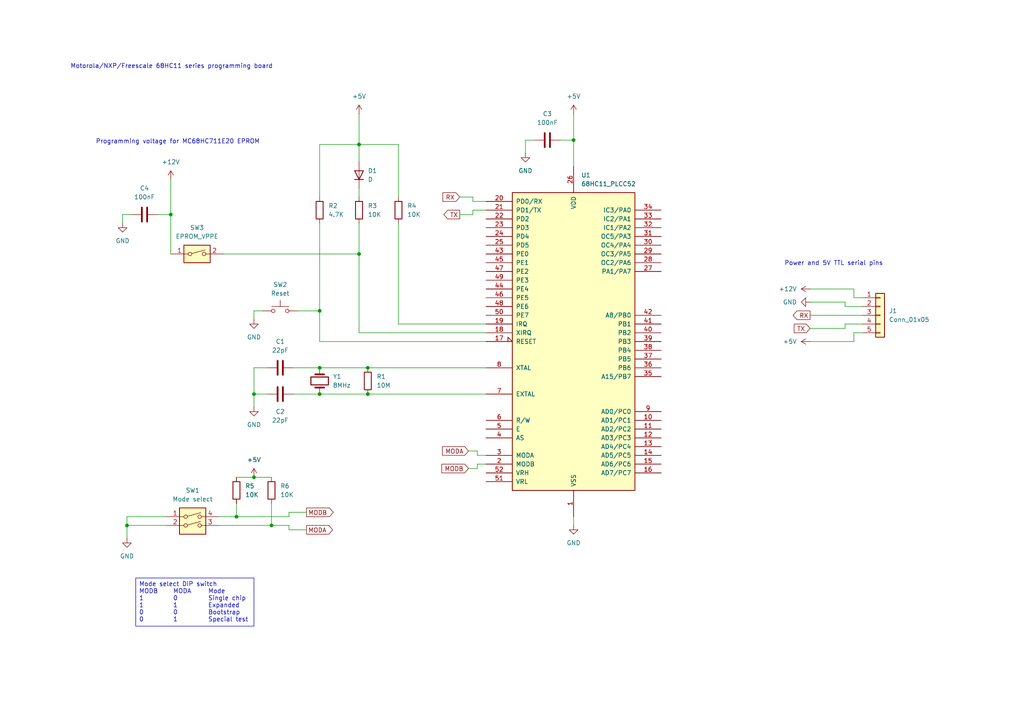
<source format=kicad_sch>
(kicad_sch (version 20231120) (generator "eeschema") (generator_version "8.0")
  (paper "A4")
  (title_block (rev "20240817"))
  (lib_symbols
    (symbol "Connector_Generic:Conn_01x05" (pin_names (offset 1.016) hide)
      (property "Reference" "J" (at 0 7.62 0))
      (property "Value" "Conn_01x05" (at 0 -7.62 0))
      (symbol "Conn_01x05_1_1"
        (rectangle (start -1.27 -4.953) (end 0 -5.207) (stroke (width 0.1524)))
        (rectangle (start -1.27 -2.413) (end 0 -2.667) (stroke (width 0.1524)))
        (rectangle (start -1.27 0.127) (end 0 -0.127) (stroke (width 0.1524)))
        (rectangle (start -1.27 2.667) (end 0 2.413) (stroke (width 0.1524)))
        (rectangle (start -1.27 5.207) (end 0 4.953) (stroke (width 0.1524)))
        (rectangle (start -1.27 6.35) (end 1.27 -6.35) (stroke (width 0.254)) (fill (type background)))
        (pin passive line (at -5.08 5.08 0) (length 3.81) (name "Pin_1") (number "1"))
        (pin passive line (at -5.08 2.54 0) (length 3.81) (name "Pin_2") (number "2"))
        (pin passive line (at -5.08 0 0) (length 3.81) (name "Pin_3") (number "3"))
        (pin passive line (at -5.08 -2.54 0) (length 3.81) (name "Pin_4") (number "4"))
        (pin passive line (at -5.08 -5.08 0) (length 3.81) (name "Pin_5") (number "5"))
      )
    )
    (symbol "Device:C" (pin_numbers hide) (pin_names (offset 0.254))
      (property "Reference" "C" (at 0.635 2.54 0))
      (property "Value" "C" (at 0.635 -2.54 0))
      (symbol "C_0_1"
        (polyline (pts (xy -2.032 -0.762) (xy 2.032 -0.762)) (stroke (width 0.508)))
        (polyline (pts (xy -2.032 0.762) (xy 2.032 0.762)) (stroke (width 0.508)))
      )
      (symbol "C_1_1"
        (pin passive line (at 0 3.81 270) (length 2.794) (name "~") (number "1"))
        (pin passive line (at 0 -3.81 90) (length 2.794) (name "~") (number "2"))
      )
    )
    (symbol "Device:Crystal" (pin_numbers hide) (pin_names (offset 1.016) hide)
      (property "Reference" "Y" (at 0 3.81 0))
      (property "Value" "Crystal" (at 0 -3.81 0))
      (symbol "Crystal_0_1"
        (rectangle (start -1.143 2.54) (end 1.143 -2.54) (stroke (width 0.3048)))
        (polyline (pts (xy -2.54 0) (xy -1.905 0)))
        (polyline (pts (xy -1.905 -1.27) (xy -1.905 1.27)) (stroke (width 0.508)))
        (polyline (pts (xy 1.905 -1.27) (xy 1.905 1.27)) (stroke (width 0.508)))
        (polyline (pts (xy 2.54 0) (xy 1.905 0)))
      )
      (symbol "Crystal_1_1"
        (pin passive line (at -3.81 0 0) (length 1.27) (name "1") (number "1"))
        (pin passive line (at 3.81 0 180) (length 1.27) (name "2") (number "2"))
      )
    )
    (symbol "Device:D" (pin_numbers hide) (pin_names (offset 1.016) hide)
      (property "Reference" "D" (at 0 2.54 0))
      (property "Value" "D" (at 0 -2.54 0))
      (symbol "D_0_1"
        (polyline (pts (xy -1.27 1.27) (xy -1.27 -1.27)) (stroke (width 0.254)))
        (polyline (pts (xy 1.27 0) (xy -1.27 0)))
        (polyline (pts (xy 1.27 1.27) (xy 1.27 -1.27) (xy -1.27 0) (xy 1.27 1.27)) (stroke (width 0.254)))
      )
      (symbol "D_1_1"
        (pin passive line (at -3.81 0 0) (length 2.54) (name "K") (number "1"))
        (pin passive line (at 3.81 0 180) (length 2.54) (name "A") (number "2"))
      )
    )
    (symbol "Device:R" (pin_numbers hide) (pin_names (offset 0))
      (property "Reference" "R" (at 2.032 0 90))
      (property "Value" "R" (at 0 0 90))
      (symbol "R_0_1"
        (rectangle (start -1.016 -2.54) (end 1.016 2.54) (stroke (width 0.254)))
      )
      (symbol "R_1_1"
        (pin passive line (at 0 3.81 270) (length 1.27) (name "~") (number "1"))
        (pin passive line (at 0 -3.81 90) (length 1.27) (name "~") (number "2"))
      )
    )
    (symbol "MCU_NXP_HC11:68HC11_PLCC" (pin_names (offset 1.016))
      (property "Reference" "U" (at 7.62 45.72 0))
      (property "Value" "68HC11_PLCC" (at 12.7 -46.99 0))
      (symbol "68HC11_PLCC_0_1"
        (rectangle (start -17.78 -43.18) (end 17.78 43.18) (stroke (width 0.254)) (fill (type background)))
      )
      (symbol "68HC11_PLCC_1_1"
        (pin power_in line (at 0 -50.8 90) (length 7.62) (name "VSS") (number "1"))
        (pin tri_state line (at 25.4 -22.86 180) (length 7.62) (name "AD1/PC1") (number "10"))
        (pin tri_state line (at 25.4 -25.4 180) (length 7.62) (name "AD2/PC2") (number "11"))
        (pin tri_state line (at 25.4 -27.94 180) (length 7.62) (name "AD3/PC3") (number "12"))
        (pin tri_state line (at 25.4 -30.48 180) (length 7.62) (name "AD4/PC4") (number "13"))
        (pin tri_state line (at 25.4 -33.02 180) (length 7.62) (name "AD5/PC5") (number "14"))
        (pin tri_state line (at 25.4 -35.56 180) (length 7.62) (name "AD6/PC6") (number "15"))
        (pin tri_state line (at 25.4 -38.1 180) (length 7.62) (name "AD7/PC7") (number "16"))
        (pin input input_low (at -25.4 0 0) (length 7.62) (name "RESET") (number "17"))
        (pin input line (at -25.4 2.54 0) (length 7.62) (name "XIRQ") (number "18"))
        (pin input line (at -25.4 5.08 0) (length 7.62) (name "IRQ") (number "19"))
        (pin input line (at -25.4 -35.56 0) (length 7.62) (name "MODB") (number "2"))
        (pin bidirectional line (at -25.4 40.64 0) (length 7.62) (name "PD0/RX") (number "20"))
        (pin bidirectional line (at -25.4 38.1 0) (length 7.62) (name "PD1/TX") (number "21"))
        (pin bidirectional line (at -25.4 35.56 0) (length 7.62) (name "PD2") (number "22"))
        (pin input line (at -25.4 33.02 0) (length 7.62) (name "PD3") (number "23"))
        (pin bidirectional line (at -25.4 30.48 0) (length 7.62) (name "PD4") (number "24"))
        (pin bidirectional line (at -25.4 27.94 0) (length 7.62) (name "PD5") (number "25"))
        (pin power_in line (at 0 50.8 270) (length 7.62) (name "VDD") (number "26"))
        (pin input line (at 25.4 20.32 180) (length 7.62) (name "PA1/PA7") (number "27"))
        (pin output line (at 25.4 22.86 180) (length 7.62) (name "OC2/PA6") (number "28"))
        (pin output line (at 25.4 25.4 180) (length 7.62) (name "OC3/PA5") (number "29"))
        (pin input line (at -25.4 -33.02 0) (length 7.62) (name "MODA") (number "3"))
        (pin output line (at 25.4 27.94 180) (length 7.62) (name "OC4/PA4") (number "30"))
        (pin output line (at 25.4 30.48 180) (length 7.62) (name "OC5/PA3") (number "31"))
        (pin input line (at 25.4 33.02 180) (length 7.62) (name "IC1/PA2") (number "32"))
        (pin input line (at 25.4 35.56 180) (length 7.62) (name "IC2/PA1") (number "33"))
        (pin input line (at 25.4 38.1 180) (length 7.62) (name "IC3/PA0") (number "34"))
        (pin output line (at 25.4 -10.16 180) (length 7.62) (name "A15/PB7") (number "35"))
        (pin output line (at 25.4 -7.62 180) (length 7.62) (name "PB6") (number "36"))
        (pin output line (at 25.4 -5.08 180) (length 7.62) (name "PB5") (number "37"))
        (pin output line (at 25.4 -2.54 180) (length 7.62) (name "PB4") (number "38"))
        (pin output line (at 25.4 0 180) (length 7.62) (name "PB3") (number "39"))
        (pin output line (at -25.4 -27.94 0) (length 7.62) (name "AS") (number "4"))
        (pin output line (at 25.4 2.54 180) (length 7.62) (name "PB2") (number "40"))
        (pin output line (at 25.4 5.08 180) (length 7.62) (name "PB1") (number "41"))
        (pin output line (at 25.4 7.62 180) (length 7.62) (name "A8/PB0") (number "42"))
        (pin input line (at -25.4 25.4 0) (length 7.62) (name "PE0") (number "43"))
        (pin input line (at -25.4 15.24 0) (length 7.62) (name "PE4") (number "44"))
        (pin input line (at -25.4 22.86 0) (length 7.62) (name "PE1") (number "45"))
        (pin input line (at -25.4 12.7 0) (length 7.62) (name "PE5") (number "46"))
        (pin input line (at -25.4 20.32 0) (length 7.62) (name "PE2") (number "47"))
        (pin input line (at -25.4 10.16 0) (length 7.62) (name "PE6") (number "48"))
        (pin input line (at -25.4 17.78 0) (length 7.62) (name "PE3") (number "49"))
        (pin output line (at -25.4 -25.4 0) (length 7.62) (name "E") (number "5"))
        (pin input line (at -25.4 7.62 0) (length 7.62) (name "PE7") (number "50"))
        (pin passive line (at -25.4 -40.64 0) (length 7.62) (name "VRL") (number "51"))
        (pin passive line (at -25.4 -38.1 0) (length 7.62) (name "VRH") (number "52"))
        (pin output line (at -25.4 -22.86 0) (length 7.62) (name "R/W") (number "6"))
        (pin input line (at -25.4 -15.24 0) (length 7.62) (name "EXTAL") (number "7"))
        (pin output line (at -25.4 -7.62 0) (length 7.62) (name "XTAL") (number "8"))
        (pin tri_state line (at 25.4 -20.32 180) (length 7.62) (name "AD0/PC0") (number "9"))
      )
    )
    (symbol "Switch:SW_DIP_x01" (pin_names (offset 0) hide)
      (property "Reference" "SW" (at 0 3.81 0))
      (property "Value" "SW_DIP_x01" (at 0 -3.81 0))
      (symbol "SW_DIP_x01_0_0"
        (circle (center -2.032 0) (radius 0.508))
        (polyline (pts (xy -1.524 0.127) (xy 2.3622 1.1684)))
        (circle (center 2.032 0) (radius 0.508))
      )
      (symbol "SW_DIP_x01_0_1"
        (rectangle (start -3.81 2.54) (end 3.81 -2.54) (stroke (width 0.254)) (fill (type background)))
      )
      (symbol "SW_DIP_x01_1_1"
        (pin passive line (at -7.62 0 0) (length 5.08) (name "~") (number "1"))
        (pin passive line (at 7.62 0 180) (length 5.08) (name "~") (number "2"))
      )
    )
    (symbol "Switch:SW_DIP_x02" (pin_names (offset 0) hide)
      (property "Reference" "SW" (at 0 6.35 0))
      (property "Value" "SW_DIP_x02" (at 0 -3.81 0))
      (symbol "SW_DIP_x02_0_0"
        (circle (center -2.032 0) (radius 0.508))
        (circle (center -2.032 2.54) (radius 0.508))
        (polyline (pts (xy -1.524 0.127) (xy 2.3622 1.1684)))
        (polyline (pts (xy -1.524 2.667) (xy 2.3622 3.7084)))
        (circle (center 2.032 0) (radius 0.508))
        (circle (center 2.032 2.54) (radius 0.508))
      )
      (symbol "SW_DIP_x02_0_1"
        (rectangle (start -3.81 5.08) (end 3.81 -2.54) (stroke (width 0.254)) (fill (type background)))
      )
      (symbol "SW_DIP_x02_1_1"
        (pin passive line (at -7.62 2.54 0) (length 5.08) (name "~") (number "1"))
        (pin passive line (at -7.62 0 0) (length 5.08) (name "~") (number "2"))
        (pin passive line (at 7.62 0 180) (length 5.08) (name "~") (number "3"))
        (pin passive line (at 7.62 2.54 180) (length 5.08) (name "~") (number "4"))
      )
    )
    (symbol "Switch:SW_Push" (pin_numbers hide) (pin_names (offset 1.016) hide)
      (property "Reference" "SW" (at 1.27 2.54 0))
      (property "Value" "SW_Push" (at 0 -1.524 0))
      (symbol "SW_Push_0_1"
        (circle (center -2.032 0) (radius 0.508))
        (polyline (pts (xy 0 1.27) (xy 0 3.048)))
        (polyline (pts (xy 2.54 1.27) (xy -2.54 1.27)))
        (circle (center 2.032 0) (radius 0.508))
        (pin passive line (at -5.08 0 0) (length 2.54) (name "1") (number "1"))
        (pin passive line (at 5.08 0 180) (length 2.54) (name "2") (number "2"))
      )
    )
    (symbol "power:+12V" (power) (pin_numbers hide) (pin_names (offset 0) hide)
      (property "Value" "+12V" (at 0 3.556 0))
      (symbol "+12V_0_1"
        (polyline (pts (xy -0.762 1.27) (xy 0 2.54)))
        (polyline (pts (xy 0 0) (xy 0 2.54)))
        (polyline (pts (xy 0 2.54) (xy 0.762 1.27)))
      )
      (symbol "+12V_1_1"
        (pin power_in line (at 0 0 90) (length 0) (name "~") (number "1"))
      )
    )
    (symbol "power:+5V" (power) (pin_numbers hide) (pin_names (offset 0) hide)
      (property "Value" "+5V" (at 0 3.556 0))
      (symbol "+5V_0_1"
        (polyline (pts (xy -0.762 1.27) (xy 0 2.54)))
        (polyline (pts (xy 0 0) (xy 0 2.54)))
        (polyline (pts (xy 0 2.54) (xy 0.762 1.27)))
      )
      (symbol "+5V_1_1"
        (pin power_in line (at 0 0 90) (length 0) (name "~") (number "1"))
      )
    )
    (symbol "power:GND" (power) (pin_numbers hide) (pin_names (offset 0) hide)
      (property "Value" "GND" (at 0 -3.81 0))
      (symbol "GND_0_1"
        (polyline (pts (xy 0 0) (xy 0 -1.27) (xy 1.27 -1.27) (xy 0 -2.54) (xy -1.27 -1.27) (xy 0 -1.27)))
      )
      (symbol "GND_1_1"
        (pin power_in line (at 0 0 270) (length 0) (name "~") (number "1"))
      )
    )
  )
  (junction (at 73.66 114.3))
  (junction (at 68.58 149.86))
  (junction (at 166.37 40.64))
  (junction (at 49.53 62.23))
  (junction (at 104.14 41.91))
  (junction (at 106.68 114.3))
  (junction (at 73.66 138.43))
  (junction (at 92.71 106.68))
  (junction (at 36.83 152.4))
  (junction (at 92.71 90.17))
  (junction (at 106.68 106.68))
  (junction (at 92.71 114.3))
  (junction (at 78.74 152.4))
  (junction (at 104.14 73.66))
  (wire (pts (xy 247.65 99.06) (xy 234.95 99.06)))
  (wire (pts (xy 140.97 99.06) (xy 92.71 99.06)))
  (wire (pts (xy 68.58 146.05) (xy 68.58 149.86)))
  (wire (pts (xy 83.82 152.4) (xy 78.74 152.4)))
  (wire (pts (xy 38.1 62.23) (xy 35.56 62.23)))
  (wire (pts (xy 73.66 90.17) (xy 73.66 92.71)))
  (wire (pts (xy 83.82 148.59) (xy 83.82 149.86)))
  (wire (pts (xy 73.66 138.43) (xy 78.74 138.43)))
  (wire (pts (xy 92.71 64.77) (xy 92.71 90.17)))
  (wire (pts (xy 76.2 90.17) (xy 73.66 90.17)))
  (wire (pts (xy 68.58 138.43) (xy 73.66 138.43)))
  (wire (pts (xy 154.94 40.64) (xy 152.4 40.64)))
  (wire (pts (xy 140.97 58.42) (xy 137.16 58.42)))
  (wire (pts (xy 92.71 41.91) (xy 92.71 57.15)))
  (wire (pts (xy 245.11 88.9) (xy 245.11 87.63)))
  (wire (pts (xy 64.77 73.66) (xy 104.14 73.66)))
  (wire (pts (xy 250.19 93.98) (xy 245.11 93.98)))
  (wire (pts (xy 152.4 40.64) (xy 152.4 44.45)))
  (wire (pts (xy 88.9 153.67) (xy 83.82 153.67)))
  (wire (pts (xy 78.74 146.05) (xy 78.74 152.4)))
  (wire (pts (xy 247.65 86.36) (xy 247.65 83.82)))
  (wire (pts (xy 85.09 106.68) (xy 92.71 106.68)))
  (wire (pts (xy 138.43 132.08) (xy 140.97 132.08)))
  (wire (pts (xy 138.43 130.81) (xy 138.43 132.08)))
  (wire (pts (xy 83.82 149.86) (xy 68.58 149.86)))
  (wire (pts (xy 104.14 73.66) (xy 104.14 96.52)))
  (wire (pts (xy 106.68 106.68) (xy 140.97 106.68)))
  (wire (pts (xy 63.5 152.4) (xy 78.74 152.4)))
  (wire (pts (xy 36.83 152.4) (xy 36.83 156.21)))
  (wire (pts (xy 245.11 87.63) (xy 234.95 87.63)))
  (wire (pts (xy 137.16 60.96) (xy 140.97 60.96)))
  (wire (pts (xy 162.56 40.64) (xy 166.37 40.64)))
  (wire (pts (xy 85.09 114.3) (xy 92.71 114.3)))
  (wire (pts (xy 247.65 83.82) (xy 234.95 83.82)))
  (wire (pts (xy 137.16 58.42) (xy 137.16 57.15)))
  (wire (pts (xy 36.83 152.4) (xy 48.26 152.4)))
  (wire (pts (xy 49.53 62.23) (xy 49.53 73.66)))
  (wire (pts (xy 104.14 64.77) (xy 104.14 73.66)))
  (wire (pts (xy 77.47 106.68) (xy 73.66 106.68)))
  (wire (pts (xy 92.71 106.68) (xy 106.68 106.68)))
  (wire (pts (xy 250.19 96.52) (xy 247.65 96.52)))
  (wire (pts (xy 115.57 41.91) (xy 115.57 57.15)))
  (wire (pts (xy 49.53 52.07) (xy 49.53 62.23)))
  (wire (pts (xy 104.14 41.91) (xy 104.14 46.99)))
  (wire (pts (xy 92.71 114.3) (xy 106.68 114.3)))
  (wire (pts (xy 92.71 41.91) (xy 104.14 41.91)))
  (wire (pts (xy 135.89 130.81) (xy 138.43 130.81)))
  (wire (pts (xy 166.37 149.86) (xy 166.37 152.4)))
  (wire (pts (xy 250.19 86.36) (xy 247.65 86.36)))
  (wire (pts (xy 86.36 90.17) (xy 92.71 90.17)))
  (wire (pts (xy 166.37 40.64) (xy 166.37 48.26)))
  (wire (pts (xy 92.71 90.17) (xy 92.71 99.06)))
  (wire (pts (xy 35.56 62.23) (xy 35.56 64.77)))
  (wire (pts (xy 137.16 62.23) (xy 137.16 60.96)))
  (wire (pts (xy 115.57 41.91) (xy 104.14 41.91)))
  (wire (pts (xy 250.19 88.9) (xy 245.11 88.9)))
  (wire (pts (xy 135.89 135.89) (xy 138.43 135.89)))
  (wire (pts (xy 63.5 149.86) (xy 68.58 149.86)))
  (wire (pts (xy 104.14 54.61) (xy 104.14 57.15)))
  (wire (pts (xy 104.14 33.02) (xy 104.14 41.91)))
  (wire (pts (xy 137.16 57.15) (xy 133.35 57.15)))
  (wire (pts (xy 138.43 135.89) (xy 138.43 134.62)))
  (wire (pts (xy 115.57 64.77) (xy 115.57 93.98)))
  (wire (pts (xy 133.35 62.23) (xy 137.16 62.23)))
  (wire (pts (xy 140.97 96.52) (xy 104.14 96.52)))
  (wire (pts (xy 83.82 153.67) (xy 83.82 152.4)))
  (wire (pts (xy 36.83 149.86) (xy 36.83 152.4)))
  (wire (pts (xy 245.11 95.25) (xy 234.95 95.25)))
  (wire (pts (xy 73.66 114.3) (xy 73.66 118.11)))
  (wire (pts (xy 77.47 114.3) (xy 73.66 114.3)))
  (wire (pts (xy 106.68 114.3) (xy 140.97 114.3)))
  (wire (pts (xy 138.43 134.62) (xy 140.97 134.62)))
  (wire (pts (xy 73.66 106.68) (xy 73.66 114.3)))
  (wire (pts (xy 247.65 96.52) (xy 247.65 99.06)))
  (wire (pts (xy 36.83 149.86) (xy 48.26 149.86)))
  (wire (pts (xy 166.37 33.02) (xy 166.37 40.64)))
  (wire (pts (xy 88.9 148.59) (xy 83.82 148.59)))
  (wire (pts (xy 245.11 93.98) (xy 245.11 95.25)))
  (wire (pts (xy 140.97 93.98) (xy 115.57 93.98)))
  (wire (pts (xy 45.72 62.23) (xy 49.53 62.23)))
  (wire (pts (xy 234.95 91.44) (xy 250.19 91.44)))
  (text_box "Mode select DIP switch\nMODB	MODA	Mode\n1		0		Single chip\n1		1		Expanded\n0		0		Bootstrap\n0		1		Special test" (at 39.37 167.64 0) (size 34.29 13.97) (effects (font (size 1.27 1.27)) (justify left top)))
  (text "Power and 5V TTL serial pins" (at 241.808 76.454 0) (effects (font (size 1.27 1.27))))
  (text "Programming voltage for MC68HC711E20 EPROM" (at 51.562 41.148 0) (effects (font (size 1.27 1.27))))
  (text "Motorola/NXP/Freescale 68HC11 series programming board" (at 49.784 19.304 0) (effects (font (size 1.27 1.27))))
  (global_label "TX" (shape output) (at 133.35 62.23 180) (property "Intersheetrefs" "${INTERSHEET_REFS}" (effects (hide yes))))
  (global_label "MODA" (shape input) (at 135.89 130.81 180) (property "Intersheetrefs" "${INTERSHEET_REFS}" (effects (hide yes))))
  (global_label "RX" (shape output) (at 234.95 91.44 180) (property "Intersheetrefs" "${INTERSHEET_REFS}" (effects (hide yes))))
  (global_label "MODB" (shape input) (at 135.89 135.89 180) (property "Intersheetrefs" "${INTERSHEET_REFS}" (effects (hide yes))))
  (global_label "TX" (shape input) (at 234.95 95.25 180) (property "Intersheetrefs" "${INTERSHEET_REFS}" (effects (hide yes))))
  (global_label "MODA" (shape output) (at 88.9 153.67 0) (property "Intersheetrefs" "${INTERSHEET_REFS}" (effects (hide yes))))
  (global_label "MODB" (shape output) (at 88.9 148.59 0) (property "Intersheetrefs" "${INTERSHEET_REFS}" (effects (hide yes))))
  (global_label "RX" (shape input) (at 133.35 57.15 180) (property "Intersheetrefs" "${INTERSHEET_REFS}" (effects (hide yes))))
  (symbol (lib_id "Device:R") (at 68.58 142.24 0) (unit 1)
    (property "Reference" "R5" (at 71.12 140.9699 0) (effects (justify left)))
    (property "Value" "10K" (at 71.12 143.5099 0) (effects (justify left)))
    (property "Footprint" "Resistor_SMD:R_0805_2012Metric_Pad1.20x1.40mm_HandSolder" (effects (hide yes)))
    (property "Description" "Resistor" (effects (hide yes)))
  )
  (symbol (lib_id "Connector_Generic:Conn_01x05") (at 255.27 91.44 0) (unit 1)
    (property "Reference" "J1" (at 257.81 90.1699 0) (effects (justify left)))
    (property "Value" "Conn_01x05" (at 257.81 92.7099 0) (effects (justify left)))
    (property "Footprint" "Connector_PinHeader_2.54mm:PinHeader_1x05_P2.54mm_Vertical" (effects (hide yes)))
    (property "Description" "Generic connector, single row, 01x05, script generated (kicad-library-utils/schlib/autogen/connector/)" (effects (hide yes)))
  )
  (symbol (lib_id "Device:D") (at 104.14 50.8 90) (unit 1)
    (property "Reference" "D1" (at 106.68 49.5299 90) (effects (justify right)))
    (property "Value" "D" (at 106.68 52.0699 90) (effects (justify right)))
    (property "Description" "Diode" (effects (hide yes)))
    (property "Sim.Device" "D" (effects (hide yes)))
    (property "Sim.Pins" "1=K 2=A" (effects (hide yes)))
  )
  (symbol (lib_id "Switch:SW_Push") (at 81.28 90.17 0) (unit 1)
    (property "Reference" "SW2" (at 81.28 82.55 0))
    (property "Value" "Reset" (at 81.28 85.09 0))
    (property "Footprint" "Button_Switch_SMD:SW_SPST_Omron_B3FS-100xP" (effects (hide yes)))
    (property "Description" "Push button switch, generic, two pins" (effects (hide yes)))
  )
  (symbol (lib_id "power:+5V") (at 234.95 99.06 90) (unit 1)
    (property "Reference" "#PWR011" (effects (hide yes)))
    (property "Value" "+5V" (at 231.14 99.0599 90) (effects (justify left)))
    (property "Description" "Power symbol creates a global label with name \"+5V\"" (effects (hide yes)))
  )
  (symbol (lib_id "MCU_NXP_HC11:68HC11_PLCC") (at 166.37 99.06 0) (unit 1)
    (property "Reference" "U1" (at 168.5641 50.8 0) (effects (justify left)))
    (property "Value" "68HC11_PLCC52" (at 168.5641 53.34 0) (effects (justify left)))
    (property "Footprint" "Package_LCC:PLCC-52_THT-Socket" (effects (hide yes)))
    (property "Description" "HC11 Microcontroller, PLCC-52" (effects (hide yes)))
  )
  (symbol (lib_id "power:GND") (at 73.66 92.71 0) (unit 1)
    (property "Reference" "#PWR08" (effects (hide yes)))
    (property "Value" "GND" (at 73.66 97.79 0))
    (property "Description" "Power symbol creates a global label with name \"GND\" , ground" (effects (hide yes)))
  )
  (symbol (lib_id "Device:R") (at 115.57 60.96 0) (unit 1)
    (property "Reference" "R4" (at 118.11 59.6899 0) (effects (justify left)))
    (property "Value" "10K" (at 118.11 62.2299 0) (effects (justify left)))
    (property "Footprint" "Resistor_SMD:R_0805_2012Metric_Pad1.20x1.40mm_HandSolder" (effects (hide yes)))
    (property "Description" "Resistor" (effects (hide yes)))
  )
  (symbol (lib_id "power:GND") (at 73.66 118.11 0) (unit 1)
    (property "Reference" "#PWR07" (effects (hide yes)))
    (property "Value" "GND" (at 73.66 123.19 0))
    (property "Description" "Power symbol creates a global label with name \"GND\" , ground" (effects (hide yes)))
  )
  (symbol (lib_id "power:GND") (at 36.83 156.21 0) (unit 1)
    (property "Reference" "#PWR05" (effects (hide yes)))
    (property "Value" "GND" (at 36.83 161.29 0))
    (property "Description" "Power symbol creates a global label with name \"GND\" , ground" (effects (hide yes)))
  )
  (symbol (lib_id "Device:Crystal") (at 92.71 110.49 90) (unit 1)
    (property "Reference" "Y1" (at 96.52 109.2199 90) (effects (justify right)))
    (property "Value" "8MHz" (at 96.52 111.7599 90) (effects (justify right)))
    (property "Footprint" "Crystal:Crystal_HC49-4H_Vertical" (effects (hide yes)))
    (property "Description" "Two pin crystal" (effects (hide yes)))
  )
  (symbol (lib_id "power:GND") (at 234.95 87.63 270) (unit 1)
    (property "Reference" "#PWR012" (effects (hide yes)))
    (property "Value" "GND" (at 231.14 87.6299 90) (effects (justify right)))
    (property "Description" "Power symbol creates a global label with name \"GND\" , ground" (effects (hide yes)))
  )
  (symbol (lib_id "power:+5V") (at 104.14 33.02 0) (unit 1)
    (property "Reference" "#PWR03" (effects (hide yes)))
    (property "Value" "+5V" (at 104.14 27.94 0))
    (property "Description" "Power symbol creates a global label with name \"+5V\"" (effects (hide yes)))
  )
  (symbol (lib_id "Device:C") (at 81.28 114.3 90) (unit 1)
    (property "Reference" "C2" (at 81.28 119.38 90))
    (property "Value" "22pF" (at 81.28 121.92 90))
    (property "Footprint" "Capacitor_SMD:C_0805_2012Metric_Pad1.18x1.45mm_HandSolder" (effects (hide yes)))
    (property "Description" "Unpolarized capacitor" (effects (hide yes)))
  )
  (symbol (lib_id "Device:C") (at 41.91 62.23 90) (unit 1)
    (property "Reference" "C4" (at 41.91 54.61 90))
    (property "Value" "100nF" (at 41.91 57.15 90))
    (property "Footprint" "Capacitor_SMD:C_0805_2012Metric_Pad1.18x1.45mm_HandSolder" (effects (hide yes)))
    (property "Description" "Unpolarized capacitor" (effects (hide yes)))
  )
  (symbol (lib_id "Device:R") (at 104.14 60.96 0) (unit 1)
    (property "Reference" "R3" (at 106.68 59.6899 0) (effects (justify left)))
    (property "Value" "10K" (at 106.68 62.2299 0) (effects (justify left)))
    (property "Footprint" "Resistor_SMD:R_0805_2012Metric_Pad1.20x1.40mm_HandSolder" (effects (hide yes)))
    (property "Description" "Resistor" (effects (hide yes)))
  )
  (symbol (lib_id "power:GND") (at 152.4 44.45 0) (unit 1)
    (property "Reference" "#PWR01" (effects (hide yes)))
    (property "Value" "GND" (at 152.4 49.53 0))
    (property "Description" "Power symbol creates a global label with name \"GND\" , ground" (effects (hide yes)))
  )
  (symbol (lib_id "Device:R") (at 78.74 142.24 0) (unit 1)
    (property "Reference" "R6" (at 81.28 140.9699 0) (effects (justify left)))
    (property "Value" "10K" (at 81.28 143.5099 0) (effects (justify left)))
    (property "Footprint" "Resistor_SMD:R_0805_2012Metric_Pad1.20x1.40mm_HandSolder" (effects (hide yes)))
    (property "Description" "Resistor" (effects (hide yes)))
  )
  (symbol (lib_id "Device:C") (at 158.75 40.64 90) (unit 1)
    (property "Reference" "C3" (at 158.75 33.02 90))
    (property "Value" "100nF" (at 158.75 35.56 90))
    (property "Footprint" "Capacitor_SMD:C_0805_2012Metric_Pad1.18x1.45mm_HandSolder" (effects (hide yes)))
    (property "Description" "Unpolarized capacitor" (effects (hide yes)))
  )
  (symbol (lib_id "Device:R") (at 106.68 110.49 0) (unit 1)
    (property "Reference" "R1" (at 109.22 109.2199 0) (effects (justify left)))
    (property "Value" "10M" (at 109.22 111.7599 0) (effects (justify left)))
    (property "Footprint" "Resistor_SMD:R_0805_2012Metric_Pad1.20x1.40mm_HandSolder" (effects (hide yes)))
    (property "Description" "Resistor" (effects (hide yes)))
  )
  (symbol (lib_id "power:GND") (at 166.37 152.4 0) (unit 1)
    (property "Reference" "#PWR06" (effects (hide yes)))
    (property "Value" "GND" (at 166.37 157.48 0))
    (property "Description" "Power symbol creates a global label with name \"GND\" , ground" (effects (hide yes)))
  )
  (symbol (lib_id "power:+5V") (at 166.37 33.02 0) (unit 1)
    (property "Reference" "#PWR02" (effects (hide yes)))
    (property "Value" "+5V" (at 166.37 27.94 0))
    (property "Description" "Power symbol creates a global label with name \"+5V\"" (effects (hide yes)))
  )
  (symbol (lib_id "Device:R") (at 92.71 60.96 180) (unit 1)
    (property "Reference" "R2" (at 95.25 59.6899 0) (effects (justify right)))
    (property "Value" "4.7K" (at 95.25 62.2299 0) (effects (justify right)))
    (property "Footprint" "Resistor_SMD:R_0805_2012Metric_Pad1.20x1.40mm_HandSolder" (effects (hide yes)))
    (property "Description" "Resistor" (effects (hide yes)))
  )
  (symbol (lib_id "power:GND") (at 35.56 64.77 0) (unit 1)
    (property "Reference" "#PWR010" (effects (hide yes)))
    (property "Value" "GND" (at 35.56 69.85 0))
    (property "Description" "Power symbol creates a global label with name \"GND\" , ground" (effects (hide yes)))
  )
  (symbol (lib_id "Device:C") (at 81.28 106.68 90) (unit 1)
    (property "Reference" "C1" (at 81.28 99.06 90))
    (property "Value" "22pF" (at 81.28 101.6 90))
    (property "Footprint" "Capacitor_SMD:C_0805_2012Metric_Pad1.18x1.45mm_HandSolder" (effects (hide yes)))
    (property "Description" "Unpolarized capacitor" (effects (hide yes)))
  )
  (symbol (lib_id "power:+12V") (at 49.53 52.07 0) (unit 1)
    (property "Reference" "#PWR09" (effects (hide yes)))
    (property "Value" "+12V" (at 49.53 46.99 0))
    (property "Description" "Power symbol creates a global label with name \"+12V\"" (effects (hide yes)))
  )
  (symbol (lib_id "power:+5V") (at 73.66 138.43 0) (unit 1)
    (property "Reference" "#PWR04" (effects (hide yes)))
    (property "Value" "+5V" (at 73.66 133.35 0))
    (property "Description" "Power symbol creates a global label with name \"+5V\"" (effects (hide yes)))
  )
  (symbol (lib_id "Switch:SW_DIP_x01") (at 57.15 73.66 0) (unit 1)
    (property "Reference" "SW3" (at 57.15 66.04 0))
    (property "Value" "EPROM_VPPE" (at 57.15 68.58 0))
    (property "Footprint" "Button_Switch_THT:SW_DIP_SPSTx01_Slide_9.78x4.72mm_W7.62mm_P2.54mm" (effects (hide yes)))
    (property "Description" "1x DIP Switch, Single Pole Single Throw (SPST) switch, small symbol" (effects (hide yes)))
  )
  (symbol (lib_id "Switch:SW_DIP_x02") (at 55.88 152.4 0) (unit 1)
    (property "Reference" "SW1" (at 55.88 142.24 0))
    (property "Value" "Mode select" (at 55.88 144.78 0))
    (property "Footprint" "Button_Switch_THT:SW_DIP_SPSTx02_Slide_9.78x7.26mm_W7.62mm_P2.54mm" (effects (hide yes)))
    (property "Description" "2x DIP Switch, Single Pole Single Throw (SPST) switch, small symbol" (effects (hide yes)))
  )
  (symbol (lib_id "power:+12V") (at 234.95 83.82 90) (unit 1)
    (property "Reference" "#PWR013" (effects (hide yes)))
    (property "Value" "+12V" (at 231.14 83.8199 90) (effects (justify left)))
    (property "Description" "Power symbol creates a global label with name \"+12V\"" (effects (hide yes)))
  )
)
</source>
